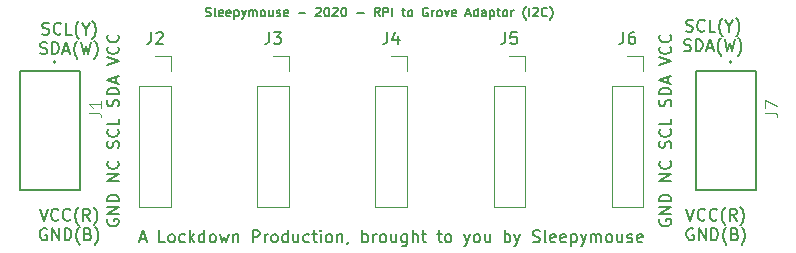
<source format=gbr>
G04 #@! TF.GenerationSoftware,KiCad,Pcbnew,(5.1.5)-3*
G04 #@! TF.CreationDate,2020-08-31T21:18:36+01:00*
G04 #@! TF.ProjectId,groveToPi,67726f76-6554-46f5-9069-2e6b69636164,1.0.1*
G04 #@! TF.SameCoordinates,Original*
G04 #@! TF.FileFunction,Legend,Top*
G04 #@! TF.FilePolarity,Positive*
%FSLAX46Y46*%
G04 Gerber Fmt 4.6, Leading zero omitted, Abs format (unit mm)*
G04 Created by KiCad (PCBNEW (5.1.5)-3) date 2020-08-31 21:18:36*
%MOMM*%
%LPD*%
G04 APERTURE LIST*
%ADD10C,0.150000*%
%ADD11C,0.127000*%
%ADD12C,0.200000*%
%ADD13C,0.120000*%
%ADD14C,0.015000*%
G04 APERTURE END LIST*
D10*
X144750000Y-112523809D02*
X144702380Y-112619047D01*
X144702380Y-112761904D01*
X144750000Y-112904761D01*
X144845238Y-113000000D01*
X144940476Y-113047619D01*
X145130952Y-113095238D01*
X145273809Y-113095238D01*
X145464285Y-113047619D01*
X145559523Y-113000000D01*
X145654761Y-112904761D01*
X145702380Y-112761904D01*
X145702380Y-112666666D01*
X145654761Y-112523809D01*
X145607142Y-112476190D01*
X145273809Y-112476190D01*
X145273809Y-112666666D01*
X145702380Y-112047619D02*
X144702380Y-112047619D01*
X145702380Y-111476190D01*
X144702380Y-111476190D01*
X145702380Y-111000000D02*
X144702380Y-111000000D01*
X144702380Y-110761904D01*
X144750000Y-110619047D01*
X144845238Y-110523809D01*
X144940476Y-110476190D01*
X145130952Y-110428571D01*
X145273809Y-110428571D01*
X145464285Y-110476190D01*
X145559523Y-110523809D01*
X145654761Y-110619047D01*
X145702380Y-110761904D01*
X145702380Y-111000000D01*
X145702380Y-109238095D02*
X144702380Y-109238095D01*
X145702380Y-108666666D01*
X144702380Y-108666666D01*
X145607142Y-107619047D02*
X145654761Y-107666666D01*
X145702380Y-107809523D01*
X145702380Y-107904761D01*
X145654761Y-108047619D01*
X145559523Y-108142857D01*
X145464285Y-108190476D01*
X145273809Y-108238095D01*
X145130952Y-108238095D01*
X144940476Y-108190476D01*
X144845238Y-108142857D01*
X144750000Y-108047619D01*
X144702380Y-107904761D01*
X144702380Y-107809523D01*
X144750000Y-107666666D01*
X144797619Y-107619047D01*
X145654761Y-106476190D02*
X145702380Y-106333333D01*
X145702380Y-106095238D01*
X145654761Y-106000000D01*
X145607142Y-105952380D01*
X145511904Y-105904761D01*
X145416666Y-105904761D01*
X145321428Y-105952380D01*
X145273809Y-106000000D01*
X145226190Y-106095238D01*
X145178571Y-106285714D01*
X145130952Y-106380952D01*
X145083333Y-106428571D01*
X144988095Y-106476190D01*
X144892857Y-106476190D01*
X144797619Y-106428571D01*
X144750000Y-106380952D01*
X144702380Y-106285714D01*
X144702380Y-106047619D01*
X144750000Y-105904761D01*
X145607142Y-104904761D02*
X145654761Y-104952380D01*
X145702380Y-105095238D01*
X145702380Y-105190476D01*
X145654761Y-105333333D01*
X145559523Y-105428571D01*
X145464285Y-105476190D01*
X145273809Y-105523809D01*
X145130952Y-105523809D01*
X144940476Y-105476190D01*
X144845238Y-105428571D01*
X144750000Y-105333333D01*
X144702380Y-105190476D01*
X144702380Y-105095238D01*
X144750000Y-104952380D01*
X144797619Y-104904761D01*
X145702380Y-104000000D02*
X145702380Y-104476190D01*
X144702380Y-104476190D01*
X145654761Y-102952380D02*
X145702380Y-102809523D01*
X145702380Y-102571428D01*
X145654761Y-102476190D01*
X145607142Y-102428571D01*
X145511904Y-102380952D01*
X145416666Y-102380952D01*
X145321428Y-102428571D01*
X145273809Y-102476190D01*
X145226190Y-102571428D01*
X145178571Y-102761904D01*
X145130952Y-102857142D01*
X145083333Y-102904761D01*
X144988095Y-102952380D01*
X144892857Y-102952380D01*
X144797619Y-102904761D01*
X144750000Y-102857142D01*
X144702380Y-102761904D01*
X144702380Y-102523809D01*
X144750000Y-102380952D01*
X145702380Y-101952380D02*
X144702380Y-101952380D01*
X144702380Y-101714285D01*
X144750000Y-101571428D01*
X144845238Y-101476190D01*
X144940476Y-101428571D01*
X145130952Y-101380952D01*
X145273809Y-101380952D01*
X145464285Y-101428571D01*
X145559523Y-101476190D01*
X145654761Y-101571428D01*
X145702380Y-101714285D01*
X145702380Y-101952380D01*
X145416666Y-101000000D02*
X145416666Y-100523809D01*
X145702380Y-101095238D02*
X144702380Y-100761904D01*
X145702380Y-100428571D01*
X144702380Y-99476190D02*
X145702380Y-99142857D01*
X144702380Y-98809523D01*
X145607142Y-97904761D02*
X145654761Y-97952380D01*
X145702380Y-98095238D01*
X145702380Y-98190476D01*
X145654761Y-98333333D01*
X145559523Y-98428571D01*
X145464285Y-98476190D01*
X145273809Y-98523809D01*
X145130952Y-98523809D01*
X144940476Y-98476190D01*
X144845238Y-98428571D01*
X144750000Y-98333333D01*
X144702380Y-98190476D01*
X144702380Y-98095238D01*
X144750000Y-97952380D01*
X144797619Y-97904761D01*
X145607142Y-96904761D02*
X145654761Y-96952380D01*
X145702380Y-97095238D01*
X145702380Y-97190476D01*
X145654761Y-97333333D01*
X145559523Y-97428571D01*
X145464285Y-97476190D01*
X145273809Y-97523809D01*
X145130952Y-97523809D01*
X144940476Y-97476190D01*
X144845238Y-97428571D01*
X144750000Y-97333333D01*
X144702380Y-97190476D01*
X144702380Y-97095238D01*
X144750000Y-96952380D01*
X144797619Y-96904761D01*
X98000000Y-112523809D02*
X97952380Y-112619047D01*
X97952380Y-112761904D01*
X98000000Y-112904761D01*
X98095238Y-113000000D01*
X98190476Y-113047619D01*
X98380952Y-113095238D01*
X98523809Y-113095238D01*
X98714285Y-113047619D01*
X98809523Y-113000000D01*
X98904761Y-112904761D01*
X98952380Y-112761904D01*
X98952380Y-112666666D01*
X98904761Y-112523809D01*
X98857142Y-112476190D01*
X98523809Y-112476190D01*
X98523809Y-112666666D01*
X98952380Y-112047619D02*
X97952380Y-112047619D01*
X98952380Y-111476190D01*
X97952380Y-111476190D01*
X98952380Y-111000000D02*
X97952380Y-111000000D01*
X97952380Y-110761904D01*
X98000000Y-110619047D01*
X98095238Y-110523809D01*
X98190476Y-110476190D01*
X98380952Y-110428571D01*
X98523809Y-110428571D01*
X98714285Y-110476190D01*
X98809523Y-110523809D01*
X98904761Y-110619047D01*
X98952380Y-110761904D01*
X98952380Y-111000000D01*
X98952380Y-109238095D02*
X97952380Y-109238095D01*
X98952380Y-108666666D01*
X97952380Y-108666666D01*
X98857142Y-107619047D02*
X98904761Y-107666666D01*
X98952380Y-107809523D01*
X98952380Y-107904761D01*
X98904761Y-108047619D01*
X98809523Y-108142857D01*
X98714285Y-108190476D01*
X98523809Y-108238095D01*
X98380952Y-108238095D01*
X98190476Y-108190476D01*
X98095238Y-108142857D01*
X98000000Y-108047619D01*
X97952380Y-107904761D01*
X97952380Y-107809523D01*
X98000000Y-107666666D01*
X98047619Y-107619047D01*
X98904761Y-106476190D02*
X98952380Y-106333333D01*
X98952380Y-106095238D01*
X98904761Y-106000000D01*
X98857142Y-105952380D01*
X98761904Y-105904761D01*
X98666666Y-105904761D01*
X98571428Y-105952380D01*
X98523809Y-106000000D01*
X98476190Y-106095238D01*
X98428571Y-106285714D01*
X98380952Y-106380952D01*
X98333333Y-106428571D01*
X98238095Y-106476190D01*
X98142857Y-106476190D01*
X98047619Y-106428571D01*
X98000000Y-106380952D01*
X97952380Y-106285714D01*
X97952380Y-106047619D01*
X98000000Y-105904761D01*
X98857142Y-104904761D02*
X98904761Y-104952380D01*
X98952380Y-105095238D01*
X98952380Y-105190476D01*
X98904761Y-105333333D01*
X98809523Y-105428571D01*
X98714285Y-105476190D01*
X98523809Y-105523809D01*
X98380952Y-105523809D01*
X98190476Y-105476190D01*
X98095238Y-105428571D01*
X98000000Y-105333333D01*
X97952380Y-105190476D01*
X97952380Y-105095238D01*
X98000000Y-104952380D01*
X98047619Y-104904761D01*
X98952380Y-104000000D02*
X98952380Y-104476190D01*
X97952380Y-104476190D01*
X98904761Y-102952380D02*
X98952380Y-102809523D01*
X98952380Y-102571428D01*
X98904761Y-102476190D01*
X98857142Y-102428571D01*
X98761904Y-102380952D01*
X98666666Y-102380952D01*
X98571428Y-102428571D01*
X98523809Y-102476190D01*
X98476190Y-102571428D01*
X98428571Y-102761904D01*
X98380952Y-102857142D01*
X98333333Y-102904761D01*
X98238095Y-102952380D01*
X98142857Y-102952380D01*
X98047619Y-102904761D01*
X98000000Y-102857142D01*
X97952380Y-102761904D01*
X97952380Y-102523809D01*
X98000000Y-102380952D01*
X98952380Y-101952380D02*
X97952380Y-101952380D01*
X97952380Y-101714285D01*
X98000000Y-101571428D01*
X98095238Y-101476190D01*
X98190476Y-101428571D01*
X98380952Y-101380952D01*
X98523809Y-101380952D01*
X98714285Y-101428571D01*
X98809523Y-101476190D01*
X98904761Y-101571428D01*
X98952380Y-101714285D01*
X98952380Y-101952380D01*
X98666666Y-101000000D02*
X98666666Y-100523809D01*
X98952380Y-101095238D02*
X97952380Y-100761904D01*
X98952380Y-100428571D01*
X97952380Y-99476190D02*
X98952380Y-99142857D01*
X97952380Y-98809523D01*
X98857142Y-97904761D02*
X98904761Y-97952380D01*
X98952380Y-98095238D01*
X98952380Y-98190476D01*
X98904761Y-98333333D01*
X98809523Y-98428571D01*
X98714285Y-98476190D01*
X98523809Y-98523809D01*
X98380952Y-98523809D01*
X98190476Y-98476190D01*
X98095238Y-98428571D01*
X98000000Y-98333333D01*
X97952380Y-98190476D01*
X97952380Y-98095238D01*
X98000000Y-97952380D01*
X98047619Y-97904761D01*
X98857142Y-96904761D02*
X98904761Y-96952380D01*
X98952380Y-97095238D01*
X98952380Y-97190476D01*
X98904761Y-97333333D01*
X98809523Y-97428571D01*
X98714285Y-97476190D01*
X98523809Y-97523809D01*
X98380952Y-97523809D01*
X98190476Y-97476190D01*
X98095238Y-97428571D01*
X98000000Y-97333333D01*
X97952380Y-97190476D01*
X97952380Y-97095238D01*
X98000000Y-96952380D01*
X98047619Y-96904761D01*
X147000000Y-111627380D02*
X147333333Y-112627380D01*
X147666666Y-111627380D01*
X148571428Y-112532142D02*
X148523809Y-112579761D01*
X148380952Y-112627380D01*
X148285714Y-112627380D01*
X148142857Y-112579761D01*
X148047619Y-112484523D01*
X148000000Y-112389285D01*
X147952380Y-112198809D01*
X147952380Y-112055952D01*
X148000000Y-111865476D01*
X148047619Y-111770238D01*
X148142857Y-111675000D01*
X148285714Y-111627380D01*
X148380952Y-111627380D01*
X148523809Y-111675000D01*
X148571428Y-111722619D01*
X149571428Y-112532142D02*
X149523809Y-112579761D01*
X149380952Y-112627380D01*
X149285714Y-112627380D01*
X149142857Y-112579761D01*
X149047619Y-112484523D01*
X149000000Y-112389285D01*
X148952380Y-112198809D01*
X148952380Y-112055952D01*
X149000000Y-111865476D01*
X149047619Y-111770238D01*
X149142857Y-111675000D01*
X149285714Y-111627380D01*
X149380952Y-111627380D01*
X149523809Y-111675000D01*
X149571428Y-111722619D01*
X150285714Y-113008333D02*
X150238095Y-112960714D01*
X150142857Y-112817857D01*
X150095238Y-112722619D01*
X150047619Y-112579761D01*
X150000000Y-112341666D01*
X150000000Y-112151190D01*
X150047619Y-111913095D01*
X150095238Y-111770238D01*
X150142857Y-111675000D01*
X150238095Y-111532142D01*
X150285714Y-111484523D01*
X151238095Y-112627380D02*
X150904761Y-112151190D01*
X150666666Y-112627380D02*
X150666666Y-111627380D01*
X151047619Y-111627380D01*
X151142857Y-111675000D01*
X151190476Y-111722619D01*
X151238095Y-111817857D01*
X151238095Y-111960714D01*
X151190476Y-112055952D01*
X151142857Y-112103571D01*
X151047619Y-112151190D01*
X150666666Y-112151190D01*
X151571428Y-113008333D02*
X151619047Y-112960714D01*
X151714285Y-112817857D01*
X151761904Y-112722619D01*
X151809523Y-112579761D01*
X151857142Y-112341666D01*
X151857142Y-112151190D01*
X151809523Y-111913095D01*
X151761904Y-111770238D01*
X151714285Y-111675000D01*
X151619047Y-111532142D01*
X151571428Y-111484523D01*
X147571428Y-113325000D02*
X147476190Y-113277380D01*
X147333333Y-113277380D01*
X147190476Y-113325000D01*
X147095238Y-113420238D01*
X147047619Y-113515476D01*
X147000000Y-113705952D01*
X147000000Y-113848809D01*
X147047619Y-114039285D01*
X147095238Y-114134523D01*
X147190476Y-114229761D01*
X147333333Y-114277380D01*
X147428571Y-114277380D01*
X147571428Y-114229761D01*
X147619047Y-114182142D01*
X147619047Y-113848809D01*
X147428571Y-113848809D01*
X148047619Y-114277380D02*
X148047619Y-113277380D01*
X148619047Y-114277380D01*
X148619047Y-113277380D01*
X149095238Y-114277380D02*
X149095238Y-113277380D01*
X149333333Y-113277380D01*
X149476190Y-113325000D01*
X149571428Y-113420238D01*
X149619047Y-113515476D01*
X149666666Y-113705952D01*
X149666666Y-113848809D01*
X149619047Y-114039285D01*
X149571428Y-114134523D01*
X149476190Y-114229761D01*
X149333333Y-114277380D01*
X149095238Y-114277380D01*
X150380952Y-114658333D02*
X150333333Y-114610714D01*
X150238095Y-114467857D01*
X150190476Y-114372619D01*
X150142857Y-114229761D01*
X150095238Y-113991666D01*
X150095238Y-113801190D01*
X150142857Y-113563095D01*
X150190476Y-113420238D01*
X150238095Y-113325000D01*
X150333333Y-113182142D01*
X150380952Y-113134523D01*
X151095238Y-113753571D02*
X151238095Y-113801190D01*
X151285714Y-113848809D01*
X151333333Y-113944047D01*
X151333333Y-114086904D01*
X151285714Y-114182142D01*
X151238095Y-114229761D01*
X151142857Y-114277380D01*
X150761904Y-114277380D01*
X150761904Y-113277380D01*
X151095238Y-113277380D01*
X151190476Y-113325000D01*
X151238095Y-113372619D01*
X151285714Y-113467857D01*
X151285714Y-113563095D01*
X151238095Y-113658333D01*
X151190476Y-113705952D01*
X151095238Y-113753571D01*
X150761904Y-113753571D01*
X151666666Y-114658333D02*
X151714285Y-114610714D01*
X151809523Y-114467857D01*
X151857142Y-114372619D01*
X151904761Y-114229761D01*
X151952380Y-113991666D01*
X151952380Y-113801190D01*
X151904761Y-113563095D01*
X151857142Y-113420238D01*
X151809523Y-113325000D01*
X151714285Y-113182142D01*
X151666666Y-113134523D01*
X146964285Y-96579761D02*
X147107142Y-96627380D01*
X147345238Y-96627380D01*
X147440476Y-96579761D01*
X147488095Y-96532142D01*
X147535714Y-96436904D01*
X147535714Y-96341666D01*
X147488095Y-96246428D01*
X147440476Y-96198809D01*
X147345238Y-96151190D01*
X147154761Y-96103571D01*
X147059523Y-96055952D01*
X147011904Y-96008333D01*
X146964285Y-95913095D01*
X146964285Y-95817857D01*
X147011904Y-95722619D01*
X147059523Y-95675000D01*
X147154761Y-95627380D01*
X147392857Y-95627380D01*
X147535714Y-95675000D01*
X148535714Y-96532142D02*
X148488095Y-96579761D01*
X148345238Y-96627380D01*
X148250000Y-96627380D01*
X148107142Y-96579761D01*
X148011904Y-96484523D01*
X147964285Y-96389285D01*
X147916666Y-96198809D01*
X147916666Y-96055952D01*
X147964285Y-95865476D01*
X148011904Y-95770238D01*
X148107142Y-95675000D01*
X148250000Y-95627380D01*
X148345238Y-95627380D01*
X148488095Y-95675000D01*
X148535714Y-95722619D01*
X149440476Y-96627380D02*
X148964285Y-96627380D01*
X148964285Y-95627380D01*
X150059523Y-97008333D02*
X150011904Y-96960714D01*
X149916666Y-96817857D01*
X149869047Y-96722619D01*
X149821428Y-96579761D01*
X149773809Y-96341666D01*
X149773809Y-96151190D01*
X149821428Y-95913095D01*
X149869047Y-95770238D01*
X149916666Y-95675000D01*
X150011904Y-95532142D01*
X150059523Y-95484523D01*
X150630952Y-96151190D02*
X150630952Y-96627380D01*
X150297619Y-95627380D02*
X150630952Y-96151190D01*
X150964285Y-95627380D01*
X151202380Y-97008333D02*
X151250000Y-96960714D01*
X151345238Y-96817857D01*
X151392857Y-96722619D01*
X151440476Y-96579761D01*
X151488095Y-96341666D01*
X151488095Y-96151190D01*
X151440476Y-95913095D01*
X151392857Y-95770238D01*
X151345238Y-95675000D01*
X151250000Y-95532142D01*
X151202380Y-95484523D01*
X146797619Y-98229761D02*
X146940476Y-98277380D01*
X147178571Y-98277380D01*
X147273809Y-98229761D01*
X147321428Y-98182142D01*
X147369047Y-98086904D01*
X147369047Y-97991666D01*
X147321428Y-97896428D01*
X147273809Y-97848809D01*
X147178571Y-97801190D01*
X146988095Y-97753571D01*
X146892857Y-97705952D01*
X146845238Y-97658333D01*
X146797619Y-97563095D01*
X146797619Y-97467857D01*
X146845238Y-97372619D01*
X146892857Y-97325000D01*
X146988095Y-97277380D01*
X147226190Y-97277380D01*
X147369047Y-97325000D01*
X147797619Y-98277380D02*
X147797619Y-97277380D01*
X148035714Y-97277380D01*
X148178571Y-97325000D01*
X148273809Y-97420238D01*
X148321428Y-97515476D01*
X148369047Y-97705952D01*
X148369047Y-97848809D01*
X148321428Y-98039285D01*
X148273809Y-98134523D01*
X148178571Y-98229761D01*
X148035714Y-98277380D01*
X147797619Y-98277380D01*
X148750000Y-97991666D02*
X149226190Y-97991666D01*
X148654761Y-98277380D02*
X148988095Y-97277380D01*
X149321428Y-98277380D01*
X149940476Y-98658333D02*
X149892857Y-98610714D01*
X149797619Y-98467857D01*
X149750000Y-98372619D01*
X149702380Y-98229761D01*
X149654761Y-97991666D01*
X149654761Y-97801190D01*
X149702380Y-97563095D01*
X149750000Y-97420238D01*
X149797619Y-97325000D01*
X149892857Y-97182142D01*
X149940476Y-97134523D01*
X150226190Y-97277380D02*
X150464285Y-98277380D01*
X150654761Y-97563095D01*
X150845238Y-98277380D01*
X151083333Y-97277380D01*
X151369047Y-98658333D02*
X151416666Y-98610714D01*
X151511904Y-98467857D01*
X151559523Y-98372619D01*
X151607142Y-98229761D01*
X151654761Y-97991666D01*
X151654761Y-97801190D01*
X151607142Y-97563095D01*
X151559523Y-97420238D01*
X151511904Y-97325000D01*
X151416666Y-97182142D01*
X151369047Y-97134523D01*
X92250000Y-111627380D02*
X92583333Y-112627380D01*
X92916666Y-111627380D01*
X93821428Y-112532142D02*
X93773809Y-112579761D01*
X93630952Y-112627380D01*
X93535714Y-112627380D01*
X93392857Y-112579761D01*
X93297619Y-112484523D01*
X93250000Y-112389285D01*
X93202380Y-112198809D01*
X93202380Y-112055952D01*
X93250000Y-111865476D01*
X93297619Y-111770238D01*
X93392857Y-111675000D01*
X93535714Y-111627380D01*
X93630952Y-111627380D01*
X93773809Y-111675000D01*
X93821428Y-111722619D01*
X94821428Y-112532142D02*
X94773809Y-112579761D01*
X94630952Y-112627380D01*
X94535714Y-112627380D01*
X94392857Y-112579761D01*
X94297619Y-112484523D01*
X94250000Y-112389285D01*
X94202380Y-112198809D01*
X94202380Y-112055952D01*
X94250000Y-111865476D01*
X94297619Y-111770238D01*
X94392857Y-111675000D01*
X94535714Y-111627380D01*
X94630952Y-111627380D01*
X94773809Y-111675000D01*
X94821428Y-111722619D01*
X95535714Y-113008333D02*
X95488095Y-112960714D01*
X95392857Y-112817857D01*
X95345238Y-112722619D01*
X95297619Y-112579761D01*
X95250000Y-112341666D01*
X95250000Y-112151190D01*
X95297619Y-111913095D01*
X95345238Y-111770238D01*
X95392857Y-111675000D01*
X95488095Y-111532142D01*
X95535714Y-111484523D01*
X96488095Y-112627380D02*
X96154761Y-112151190D01*
X95916666Y-112627380D02*
X95916666Y-111627380D01*
X96297619Y-111627380D01*
X96392857Y-111675000D01*
X96440476Y-111722619D01*
X96488095Y-111817857D01*
X96488095Y-111960714D01*
X96440476Y-112055952D01*
X96392857Y-112103571D01*
X96297619Y-112151190D01*
X95916666Y-112151190D01*
X96821428Y-113008333D02*
X96869047Y-112960714D01*
X96964285Y-112817857D01*
X97011904Y-112722619D01*
X97059523Y-112579761D01*
X97107142Y-112341666D01*
X97107142Y-112151190D01*
X97059523Y-111913095D01*
X97011904Y-111770238D01*
X96964285Y-111675000D01*
X96869047Y-111532142D01*
X96821428Y-111484523D01*
X92821428Y-113325000D02*
X92726190Y-113277380D01*
X92583333Y-113277380D01*
X92440476Y-113325000D01*
X92345238Y-113420238D01*
X92297619Y-113515476D01*
X92250000Y-113705952D01*
X92250000Y-113848809D01*
X92297619Y-114039285D01*
X92345238Y-114134523D01*
X92440476Y-114229761D01*
X92583333Y-114277380D01*
X92678571Y-114277380D01*
X92821428Y-114229761D01*
X92869047Y-114182142D01*
X92869047Y-113848809D01*
X92678571Y-113848809D01*
X93297619Y-114277380D02*
X93297619Y-113277380D01*
X93869047Y-114277380D01*
X93869047Y-113277380D01*
X94345238Y-114277380D02*
X94345238Y-113277380D01*
X94583333Y-113277380D01*
X94726190Y-113325000D01*
X94821428Y-113420238D01*
X94869047Y-113515476D01*
X94916666Y-113705952D01*
X94916666Y-113848809D01*
X94869047Y-114039285D01*
X94821428Y-114134523D01*
X94726190Y-114229761D01*
X94583333Y-114277380D01*
X94345238Y-114277380D01*
X95630952Y-114658333D02*
X95583333Y-114610714D01*
X95488095Y-114467857D01*
X95440476Y-114372619D01*
X95392857Y-114229761D01*
X95345238Y-113991666D01*
X95345238Y-113801190D01*
X95392857Y-113563095D01*
X95440476Y-113420238D01*
X95488095Y-113325000D01*
X95583333Y-113182142D01*
X95630952Y-113134523D01*
X96345238Y-113753571D02*
X96488095Y-113801190D01*
X96535714Y-113848809D01*
X96583333Y-113944047D01*
X96583333Y-114086904D01*
X96535714Y-114182142D01*
X96488095Y-114229761D01*
X96392857Y-114277380D01*
X96011904Y-114277380D01*
X96011904Y-113277380D01*
X96345238Y-113277380D01*
X96440476Y-113325000D01*
X96488095Y-113372619D01*
X96535714Y-113467857D01*
X96535714Y-113563095D01*
X96488095Y-113658333D01*
X96440476Y-113705952D01*
X96345238Y-113753571D01*
X96011904Y-113753571D01*
X96916666Y-114658333D02*
X96964285Y-114610714D01*
X97059523Y-114467857D01*
X97107142Y-114372619D01*
X97154761Y-114229761D01*
X97202380Y-113991666D01*
X97202380Y-113801190D01*
X97154761Y-113563095D01*
X97107142Y-113420238D01*
X97059523Y-113325000D01*
X96964285Y-113182142D01*
X96916666Y-113134523D01*
X92464285Y-96829761D02*
X92607142Y-96877380D01*
X92845238Y-96877380D01*
X92940476Y-96829761D01*
X92988095Y-96782142D01*
X93035714Y-96686904D01*
X93035714Y-96591666D01*
X92988095Y-96496428D01*
X92940476Y-96448809D01*
X92845238Y-96401190D01*
X92654761Y-96353571D01*
X92559523Y-96305952D01*
X92511904Y-96258333D01*
X92464285Y-96163095D01*
X92464285Y-96067857D01*
X92511904Y-95972619D01*
X92559523Y-95925000D01*
X92654761Y-95877380D01*
X92892857Y-95877380D01*
X93035714Y-95925000D01*
X94035714Y-96782142D02*
X93988095Y-96829761D01*
X93845238Y-96877380D01*
X93750000Y-96877380D01*
X93607142Y-96829761D01*
X93511904Y-96734523D01*
X93464285Y-96639285D01*
X93416666Y-96448809D01*
X93416666Y-96305952D01*
X93464285Y-96115476D01*
X93511904Y-96020238D01*
X93607142Y-95925000D01*
X93750000Y-95877380D01*
X93845238Y-95877380D01*
X93988095Y-95925000D01*
X94035714Y-95972619D01*
X94940476Y-96877380D02*
X94464285Y-96877380D01*
X94464285Y-95877380D01*
X95559523Y-97258333D02*
X95511904Y-97210714D01*
X95416666Y-97067857D01*
X95369047Y-96972619D01*
X95321428Y-96829761D01*
X95273809Y-96591666D01*
X95273809Y-96401190D01*
X95321428Y-96163095D01*
X95369047Y-96020238D01*
X95416666Y-95925000D01*
X95511904Y-95782142D01*
X95559523Y-95734523D01*
X96130952Y-96401190D02*
X96130952Y-96877380D01*
X95797619Y-95877380D02*
X96130952Y-96401190D01*
X96464285Y-95877380D01*
X96702380Y-97258333D02*
X96750000Y-97210714D01*
X96845238Y-97067857D01*
X96892857Y-96972619D01*
X96940476Y-96829761D01*
X96988095Y-96591666D01*
X96988095Y-96401190D01*
X96940476Y-96163095D01*
X96892857Y-96020238D01*
X96845238Y-95925000D01*
X96750000Y-95782142D01*
X96702380Y-95734523D01*
X92297619Y-98479761D02*
X92440476Y-98527380D01*
X92678571Y-98527380D01*
X92773809Y-98479761D01*
X92821428Y-98432142D01*
X92869047Y-98336904D01*
X92869047Y-98241666D01*
X92821428Y-98146428D01*
X92773809Y-98098809D01*
X92678571Y-98051190D01*
X92488095Y-98003571D01*
X92392857Y-97955952D01*
X92345238Y-97908333D01*
X92297619Y-97813095D01*
X92297619Y-97717857D01*
X92345238Y-97622619D01*
X92392857Y-97575000D01*
X92488095Y-97527380D01*
X92726190Y-97527380D01*
X92869047Y-97575000D01*
X93297619Y-98527380D02*
X93297619Y-97527380D01*
X93535714Y-97527380D01*
X93678571Y-97575000D01*
X93773809Y-97670238D01*
X93821428Y-97765476D01*
X93869047Y-97955952D01*
X93869047Y-98098809D01*
X93821428Y-98289285D01*
X93773809Y-98384523D01*
X93678571Y-98479761D01*
X93535714Y-98527380D01*
X93297619Y-98527380D01*
X94250000Y-98241666D02*
X94726190Y-98241666D01*
X94154761Y-98527380D02*
X94488095Y-97527380D01*
X94821428Y-98527380D01*
X95440476Y-98908333D02*
X95392857Y-98860714D01*
X95297619Y-98717857D01*
X95250000Y-98622619D01*
X95202380Y-98479761D01*
X95154761Y-98241666D01*
X95154761Y-98051190D01*
X95202380Y-97813095D01*
X95250000Y-97670238D01*
X95297619Y-97575000D01*
X95392857Y-97432142D01*
X95440476Y-97384523D01*
X95726190Y-97527380D02*
X95964285Y-98527380D01*
X96154761Y-97813095D01*
X96345238Y-98527380D01*
X96583333Y-97527380D01*
X96869047Y-98908333D02*
X96916666Y-98860714D01*
X97011904Y-98717857D01*
X97059523Y-98622619D01*
X97107142Y-98479761D01*
X97154761Y-98241666D01*
X97154761Y-98051190D01*
X97107142Y-97813095D01*
X97059523Y-97670238D01*
X97011904Y-97575000D01*
X96916666Y-97432142D01*
X96869047Y-97384523D01*
X100714285Y-114166666D02*
X101190476Y-114166666D01*
X100619047Y-114452380D02*
X100952380Y-113452380D01*
X101285714Y-114452380D01*
X102857142Y-114452380D02*
X102380952Y-114452380D01*
X102380952Y-113452380D01*
X103333333Y-114452380D02*
X103238095Y-114404761D01*
X103190476Y-114357142D01*
X103142857Y-114261904D01*
X103142857Y-113976190D01*
X103190476Y-113880952D01*
X103238095Y-113833333D01*
X103333333Y-113785714D01*
X103476190Y-113785714D01*
X103571428Y-113833333D01*
X103619047Y-113880952D01*
X103666666Y-113976190D01*
X103666666Y-114261904D01*
X103619047Y-114357142D01*
X103571428Y-114404761D01*
X103476190Y-114452380D01*
X103333333Y-114452380D01*
X104523809Y-114404761D02*
X104428571Y-114452380D01*
X104238095Y-114452380D01*
X104142857Y-114404761D01*
X104095238Y-114357142D01*
X104047619Y-114261904D01*
X104047619Y-113976190D01*
X104095238Y-113880952D01*
X104142857Y-113833333D01*
X104238095Y-113785714D01*
X104428571Y-113785714D01*
X104523809Y-113833333D01*
X104952380Y-114452380D02*
X104952380Y-113452380D01*
X105047619Y-114071428D02*
X105333333Y-114452380D01*
X105333333Y-113785714D02*
X104952380Y-114166666D01*
X106190476Y-114452380D02*
X106190476Y-113452380D01*
X106190476Y-114404761D02*
X106095238Y-114452380D01*
X105904761Y-114452380D01*
X105809523Y-114404761D01*
X105761904Y-114357142D01*
X105714285Y-114261904D01*
X105714285Y-113976190D01*
X105761904Y-113880952D01*
X105809523Y-113833333D01*
X105904761Y-113785714D01*
X106095238Y-113785714D01*
X106190476Y-113833333D01*
X106809523Y-114452380D02*
X106714285Y-114404761D01*
X106666666Y-114357142D01*
X106619047Y-114261904D01*
X106619047Y-113976190D01*
X106666666Y-113880952D01*
X106714285Y-113833333D01*
X106809523Y-113785714D01*
X106952380Y-113785714D01*
X107047619Y-113833333D01*
X107095238Y-113880952D01*
X107142857Y-113976190D01*
X107142857Y-114261904D01*
X107095238Y-114357142D01*
X107047619Y-114404761D01*
X106952380Y-114452380D01*
X106809523Y-114452380D01*
X107476190Y-113785714D02*
X107666666Y-114452380D01*
X107857142Y-113976190D01*
X108047619Y-114452380D01*
X108238095Y-113785714D01*
X108619047Y-113785714D02*
X108619047Y-114452380D01*
X108619047Y-113880952D02*
X108666666Y-113833333D01*
X108761904Y-113785714D01*
X108904761Y-113785714D01*
X109000000Y-113833333D01*
X109047619Y-113928571D01*
X109047619Y-114452380D01*
X110285714Y-114452380D02*
X110285714Y-113452380D01*
X110666666Y-113452380D01*
X110761904Y-113500000D01*
X110809523Y-113547619D01*
X110857142Y-113642857D01*
X110857142Y-113785714D01*
X110809523Y-113880952D01*
X110761904Y-113928571D01*
X110666666Y-113976190D01*
X110285714Y-113976190D01*
X111285714Y-114452380D02*
X111285714Y-113785714D01*
X111285714Y-113976190D02*
X111333333Y-113880952D01*
X111380952Y-113833333D01*
X111476190Y-113785714D01*
X111571428Y-113785714D01*
X112047619Y-114452380D02*
X111952380Y-114404761D01*
X111904761Y-114357142D01*
X111857142Y-114261904D01*
X111857142Y-113976190D01*
X111904761Y-113880952D01*
X111952380Y-113833333D01*
X112047619Y-113785714D01*
X112190476Y-113785714D01*
X112285714Y-113833333D01*
X112333333Y-113880952D01*
X112380952Y-113976190D01*
X112380952Y-114261904D01*
X112333333Y-114357142D01*
X112285714Y-114404761D01*
X112190476Y-114452380D01*
X112047619Y-114452380D01*
X113238095Y-114452380D02*
X113238095Y-113452380D01*
X113238095Y-114404761D02*
X113142857Y-114452380D01*
X112952380Y-114452380D01*
X112857142Y-114404761D01*
X112809523Y-114357142D01*
X112761904Y-114261904D01*
X112761904Y-113976190D01*
X112809523Y-113880952D01*
X112857142Y-113833333D01*
X112952380Y-113785714D01*
X113142857Y-113785714D01*
X113238095Y-113833333D01*
X114142857Y-113785714D02*
X114142857Y-114452380D01*
X113714285Y-113785714D02*
X113714285Y-114309523D01*
X113761904Y-114404761D01*
X113857142Y-114452380D01*
X114000000Y-114452380D01*
X114095238Y-114404761D01*
X114142857Y-114357142D01*
X115047619Y-114404761D02*
X114952380Y-114452380D01*
X114761904Y-114452380D01*
X114666666Y-114404761D01*
X114619047Y-114357142D01*
X114571428Y-114261904D01*
X114571428Y-113976190D01*
X114619047Y-113880952D01*
X114666666Y-113833333D01*
X114761904Y-113785714D01*
X114952380Y-113785714D01*
X115047619Y-113833333D01*
X115333333Y-113785714D02*
X115714285Y-113785714D01*
X115476190Y-113452380D02*
X115476190Y-114309523D01*
X115523809Y-114404761D01*
X115619047Y-114452380D01*
X115714285Y-114452380D01*
X116047619Y-114452380D02*
X116047619Y-113785714D01*
X116047619Y-113452380D02*
X116000000Y-113500000D01*
X116047619Y-113547619D01*
X116095238Y-113500000D01*
X116047619Y-113452380D01*
X116047619Y-113547619D01*
X116666666Y-114452380D02*
X116571428Y-114404761D01*
X116523809Y-114357142D01*
X116476190Y-114261904D01*
X116476190Y-113976190D01*
X116523809Y-113880952D01*
X116571428Y-113833333D01*
X116666666Y-113785714D01*
X116809523Y-113785714D01*
X116904761Y-113833333D01*
X116952380Y-113880952D01*
X117000000Y-113976190D01*
X117000000Y-114261904D01*
X116952380Y-114357142D01*
X116904761Y-114404761D01*
X116809523Y-114452380D01*
X116666666Y-114452380D01*
X117428571Y-113785714D02*
X117428571Y-114452380D01*
X117428571Y-113880952D02*
X117476190Y-113833333D01*
X117571428Y-113785714D01*
X117714285Y-113785714D01*
X117809523Y-113833333D01*
X117857142Y-113928571D01*
X117857142Y-114452380D01*
X118380952Y-114404761D02*
X118380952Y-114452380D01*
X118333333Y-114547619D01*
X118285714Y-114595238D01*
X119571428Y-114452380D02*
X119571428Y-113452380D01*
X119571428Y-113833333D02*
X119666666Y-113785714D01*
X119857142Y-113785714D01*
X119952380Y-113833333D01*
X120000000Y-113880952D01*
X120047619Y-113976190D01*
X120047619Y-114261904D01*
X120000000Y-114357142D01*
X119952380Y-114404761D01*
X119857142Y-114452380D01*
X119666666Y-114452380D01*
X119571428Y-114404761D01*
X120476190Y-114452380D02*
X120476190Y-113785714D01*
X120476190Y-113976190D02*
X120523809Y-113880952D01*
X120571428Y-113833333D01*
X120666666Y-113785714D01*
X120761904Y-113785714D01*
X121238095Y-114452380D02*
X121142857Y-114404761D01*
X121095238Y-114357142D01*
X121047619Y-114261904D01*
X121047619Y-113976190D01*
X121095238Y-113880952D01*
X121142857Y-113833333D01*
X121238095Y-113785714D01*
X121380952Y-113785714D01*
X121476190Y-113833333D01*
X121523809Y-113880952D01*
X121571428Y-113976190D01*
X121571428Y-114261904D01*
X121523809Y-114357142D01*
X121476190Y-114404761D01*
X121380952Y-114452380D01*
X121238095Y-114452380D01*
X122428571Y-113785714D02*
X122428571Y-114452380D01*
X122000000Y-113785714D02*
X122000000Y-114309523D01*
X122047619Y-114404761D01*
X122142857Y-114452380D01*
X122285714Y-114452380D01*
X122380952Y-114404761D01*
X122428571Y-114357142D01*
X123333333Y-113785714D02*
X123333333Y-114595238D01*
X123285714Y-114690476D01*
X123238095Y-114738095D01*
X123142857Y-114785714D01*
X122999999Y-114785714D01*
X122904761Y-114738095D01*
X123333333Y-114404761D02*
X123238095Y-114452380D01*
X123047619Y-114452380D01*
X122952380Y-114404761D01*
X122904761Y-114357142D01*
X122857142Y-114261904D01*
X122857142Y-113976190D01*
X122904761Y-113880952D01*
X122952380Y-113833333D01*
X123047619Y-113785714D01*
X123238095Y-113785714D01*
X123333333Y-113833333D01*
X123809523Y-114452380D02*
X123809523Y-113452380D01*
X124238095Y-114452380D02*
X124238095Y-113928571D01*
X124190476Y-113833333D01*
X124095238Y-113785714D01*
X123952380Y-113785714D01*
X123857142Y-113833333D01*
X123809523Y-113880952D01*
X124571428Y-113785714D02*
X124952380Y-113785714D01*
X124714285Y-113452380D02*
X124714285Y-114309523D01*
X124761904Y-114404761D01*
X124857142Y-114452380D01*
X124952380Y-114452380D01*
X125904761Y-113785714D02*
X126285714Y-113785714D01*
X126047619Y-113452380D02*
X126047619Y-114309523D01*
X126095238Y-114404761D01*
X126190476Y-114452380D01*
X126285714Y-114452380D01*
X126761904Y-114452380D02*
X126666666Y-114404761D01*
X126619047Y-114357142D01*
X126571428Y-114261904D01*
X126571428Y-113976190D01*
X126619047Y-113880952D01*
X126666666Y-113833333D01*
X126761904Y-113785714D01*
X126904761Y-113785714D01*
X126999999Y-113833333D01*
X127047619Y-113880952D01*
X127095238Y-113976190D01*
X127095238Y-114261904D01*
X127047619Y-114357142D01*
X126999999Y-114404761D01*
X126904761Y-114452380D01*
X126761904Y-114452380D01*
X128190476Y-113785714D02*
X128428571Y-114452380D01*
X128666666Y-113785714D02*
X128428571Y-114452380D01*
X128333333Y-114690476D01*
X128285714Y-114738095D01*
X128190476Y-114785714D01*
X129190476Y-114452380D02*
X129095238Y-114404761D01*
X129047619Y-114357142D01*
X128999999Y-114261904D01*
X128999999Y-113976190D01*
X129047619Y-113880952D01*
X129095238Y-113833333D01*
X129190476Y-113785714D01*
X129333333Y-113785714D01*
X129428571Y-113833333D01*
X129476190Y-113880952D01*
X129523809Y-113976190D01*
X129523809Y-114261904D01*
X129476190Y-114357142D01*
X129428571Y-114404761D01*
X129333333Y-114452380D01*
X129190476Y-114452380D01*
X130380952Y-113785714D02*
X130380952Y-114452380D01*
X129952380Y-113785714D02*
X129952380Y-114309523D01*
X129999999Y-114404761D01*
X130095238Y-114452380D01*
X130238095Y-114452380D01*
X130333333Y-114404761D01*
X130380952Y-114357142D01*
X131619047Y-114452380D02*
X131619047Y-113452380D01*
X131619047Y-113833333D02*
X131714285Y-113785714D01*
X131904761Y-113785714D01*
X131999999Y-113833333D01*
X132047619Y-113880952D01*
X132095238Y-113976190D01*
X132095238Y-114261904D01*
X132047619Y-114357142D01*
X131999999Y-114404761D01*
X131904761Y-114452380D01*
X131714285Y-114452380D01*
X131619047Y-114404761D01*
X132428571Y-113785714D02*
X132666666Y-114452380D01*
X132904761Y-113785714D02*
X132666666Y-114452380D01*
X132571428Y-114690476D01*
X132523809Y-114738095D01*
X132428571Y-114785714D01*
X133999999Y-114404761D02*
X134142857Y-114452380D01*
X134380952Y-114452380D01*
X134476190Y-114404761D01*
X134523809Y-114357142D01*
X134571428Y-114261904D01*
X134571428Y-114166666D01*
X134523809Y-114071428D01*
X134476190Y-114023809D01*
X134380952Y-113976190D01*
X134190476Y-113928571D01*
X134095238Y-113880952D01*
X134047619Y-113833333D01*
X133999999Y-113738095D01*
X133999999Y-113642857D01*
X134047619Y-113547619D01*
X134095238Y-113500000D01*
X134190476Y-113452380D01*
X134428571Y-113452380D01*
X134571428Y-113500000D01*
X135142857Y-114452380D02*
X135047619Y-114404761D01*
X134999999Y-114309523D01*
X134999999Y-113452380D01*
X135904761Y-114404761D02*
X135809523Y-114452380D01*
X135619047Y-114452380D01*
X135523809Y-114404761D01*
X135476190Y-114309523D01*
X135476190Y-113928571D01*
X135523809Y-113833333D01*
X135619047Y-113785714D01*
X135809523Y-113785714D01*
X135904761Y-113833333D01*
X135952380Y-113928571D01*
X135952380Y-114023809D01*
X135476190Y-114119047D01*
X136761904Y-114404761D02*
X136666666Y-114452380D01*
X136476190Y-114452380D01*
X136380952Y-114404761D01*
X136333333Y-114309523D01*
X136333333Y-113928571D01*
X136380952Y-113833333D01*
X136476190Y-113785714D01*
X136666666Y-113785714D01*
X136761904Y-113833333D01*
X136809523Y-113928571D01*
X136809523Y-114023809D01*
X136333333Y-114119047D01*
X137238095Y-113785714D02*
X137238095Y-114785714D01*
X137238095Y-113833333D02*
X137333333Y-113785714D01*
X137523809Y-113785714D01*
X137619047Y-113833333D01*
X137666666Y-113880952D01*
X137714285Y-113976190D01*
X137714285Y-114261904D01*
X137666666Y-114357142D01*
X137619047Y-114404761D01*
X137523809Y-114452380D01*
X137333333Y-114452380D01*
X137238095Y-114404761D01*
X138047619Y-113785714D02*
X138285714Y-114452380D01*
X138523809Y-113785714D02*
X138285714Y-114452380D01*
X138190476Y-114690476D01*
X138142857Y-114738095D01*
X138047619Y-114785714D01*
X138904761Y-114452380D02*
X138904761Y-113785714D01*
X138904761Y-113880952D02*
X138952380Y-113833333D01*
X139047619Y-113785714D01*
X139190476Y-113785714D01*
X139285714Y-113833333D01*
X139333333Y-113928571D01*
X139333333Y-114452380D01*
X139333333Y-113928571D02*
X139380952Y-113833333D01*
X139476190Y-113785714D01*
X139619047Y-113785714D01*
X139714285Y-113833333D01*
X139761904Y-113928571D01*
X139761904Y-114452380D01*
X140380952Y-114452380D02*
X140285714Y-114404761D01*
X140238095Y-114357142D01*
X140190476Y-114261904D01*
X140190476Y-113976190D01*
X140238095Y-113880952D01*
X140285714Y-113833333D01*
X140380952Y-113785714D01*
X140523809Y-113785714D01*
X140619047Y-113833333D01*
X140666666Y-113880952D01*
X140714285Y-113976190D01*
X140714285Y-114261904D01*
X140666666Y-114357142D01*
X140619047Y-114404761D01*
X140523809Y-114452380D01*
X140380952Y-114452380D01*
X141571428Y-113785714D02*
X141571428Y-114452380D01*
X141142857Y-113785714D02*
X141142857Y-114309523D01*
X141190476Y-114404761D01*
X141285714Y-114452380D01*
X141428571Y-114452380D01*
X141523809Y-114404761D01*
X141571428Y-114357142D01*
X141999999Y-114404761D02*
X142095238Y-114452380D01*
X142285714Y-114452380D01*
X142380952Y-114404761D01*
X142428571Y-114309523D01*
X142428571Y-114261904D01*
X142380952Y-114166666D01*
X142285714Y-114119047D01*
X142142857Y-114119047D01*
X142047619Y-114071428D01*
X141999999Y-113976190D01*
X141999999Y-113928571D01*
X142047619Y-113833333D01*
X142142857Y-113785714D01*
X142285714Y-113785714D01*
X142380952Y-113833333D01*
X143238095Y-114404761D02*
X143142857Y-114452380D01*
X142952380Y-114452380D01*
X142857142Y-114404761D01*
X142809523Y-114309523D01*
X142809523Y-113928571D01*
X142857142Y-113833333D01*
X142952380Y-113785714D01*
X143142857Y-113785714D01*
X143238095Y-113833333D01*
X143285714Y-113928571D01*
X143285714Y-114023809D01*
X142809523Y-114119047D01*
X106303571Y-95303571D02*
X106410714Y-95339285D01*
X106589285Y-95339285D01*
X106660714Y-95303571D01*
X106696428Y-95267857D01*
X106732142Y-95196428D01*
X106732142Y-95125000D01*
X106696428Y-95053571D01*
X106660714Y-95017857D01*
X106589285Y-94982142D01*
X106446428Y-94946428D01*
X106375000Y-94910714D01*
X106339285Y-94875000D01*
X106303571Y-94803571D01*
X106303571Y-94732142D01*
X106339285Y-94660714D01*
X106375000Y-94625000D01*
X106446428Y-94589285D01*
X106625000Y-94589285D01*
X106732142Y-94625000D01*
X107160714Y-95339285D02*
X107089285Y-95303571D01*
X107053571Y-95232142D01*
X107053571Y-94589285D01*
X107732142Y-95303571D02*
X107660714Y-95339285D01*
X107517857Y-95339285D01*
X107446428Y-95303571D01*
X107410714Y-95232142D01*
X107410714Y-94946428D01*
X107446428Y-94875000D01*
X107517857Y-94839285D01*
X107660714Y-94839285D01*
X107732142Y-94875000D01*
X107767857Y-94946428D01*
X107767857Y-95017857D01*
X107410714Y-95089285D01*
X108375000Y-95303571D02*
X108303571Y-95339285D01*
X108160714Y-95339285D01*
X108089285Y-95303571D01*
X108053571Y-95232142D01*
X108053571Y-94946428D01*
X108089285Y-94875000D01*
X108160714Y-94839285D01*
X108303571Y-94839285D01*
X108375000Y-94875000D01*
X108410714Y-94946428D01*
X108410714Y-95017857D01*
X108053571Y-95089285D01*
X108732142Y-94839285D02*
X108732142Y-95589285D01*
X108732142Y-94875000D02*
X108803571Y-94839285D01*
X108946428Y-94839285D01*
X109017857Y-94875000D01*
X109053571Y-94910714D01*
X109089285Y-94982142D01*
X109089285Y-95196428D01*
X109053571Y-95267857D01*
X109017857Y-95303571D01*
X108946428Y-95339285D01*
X108803571Y-95339285D01*
X108732142Y-95303571D01*
X109339285Y-94839285D02*
X109517857Y-95339285D01*
X109696428Y-94839285D02*
X109517857Y-95339285D01*
X109446428Y-95517857D01*
X109410714Y-95553571D01*
X109339285Y-95589285D01*
X109982142Y-95339285D02*
X109982142Y-94839285D01*
X109982142Y-94910714D02*
X110017857Y-94875000D01*
X110089285Y-94839285D01*
X110196428Y-94839285D01*
X110267857Y-94875000D01*
X110303571Y-94946428D01*
X110303571Y-95339285D01*
X110303571Y-94946428D02*
X110339285Y-94875000D01*
X110410714Y-94839285D01*
X110517857Y-94839285D01*
X110589285Y-94875000D01*
X110625000Y-94946428D01*
X110625000Y-95339285D01*
X111089285Y-95339285D02*
X111017857Y-95303571D01*
X110982142Y-95267857D01*
X110946428Y-95196428D01*
X110946428Y-94982142D01*
X110982142Y-94910714D01*
X111017857Y-94875000D01*
X111089285Y-94839285D01*
X111196428Y-94839285D01*
X111267857Y-94875000D01*
X111303571Y-94910714D01*
X111339285Y-94982142D01*
X111339285Y-95196428D01*
X111303571Y-95267857D01*
X111267857Y-95303571D01*
X111196428Y-95339285D01*
X111089285Y-95339285D01*
X111982142Y-94839285D02*
X111982142Y-95339285D01*
X111660714Y-94839285D02*
X111660714Y-95232142D01*
X111696428Y-95303571D01*
X111767857Y-95339285D01*
X111875000Y-95339285D01*
X111946428Y-95303571D01*
X111982142Y-95267857D01*
X112303571Y-95303571D02*
X112375000Y-95339285D01*
X112517857Y-95339285D01*
X112589285Y-95303571D01*
X112625000Y-95232142D01*
X112625000Y-95196428D01*
X112589285Y-95125000D01*
X112517857Y-95089285D01*
X112410714Y-95089285D01*
X112339285Y-95053571D01*
X112303571Y-94982142D01*
X112303571Y-94946428D01*
X112339285Y-94875000D01*
X112410714Y-94839285D01*
X112517857Y-94839285D01*
X112589285Y-94875000D01*
X113232142Y-95303571D02*
X113160714Y-95339285D01*
X113017857Y-95339285D01*
X112946428Y-95303571D01*
X112910714Y-95232142D01*
X112910714Y-94946428D01*
X112946428Y-94875000D01*
X113017857Y-94839285D01*
X113160714Y-94839285D01*
X113232142Y-94875000D01*
X113267857Y-94946428D01*
X113267857Y-95017857D01*
X112910714Y-95089285D01*
X114160714Y-95053571D02*
X114732142Y-95053571D01*
X115625000Y-94660714D02*
X115660714Y-94625000D01*
X115732142Y-94589285D01*
X115910714Y-94589285D01*
X115982142Y-94625000D01*
X116017857Y-94660714D01*
X116053571Y-94732142D01*
X116053571Y-94803571D01*
X116017857Y-94910714D01*
X115589285Y-95339285D01*
X116053571Y-95339285D01*
X116517857Y-94589285D02*
X116589285Y-94589285D01*
X116660714Y-94625000D01*
X116696428Y-94660714D01*
X116732142Y-94732142D01*
X116767857Y-94875000D01*
X116767857Y-95053571D01*
X116732142Y-95196428D01*
X116696428Y-95267857D01*
X116660714Y-95303571D01*
X116589285Y-95339285D01*
X116517857Y-95339285D01*
X116446428Y-95303571D01*
X116410714Y-95267857D01*
X116375000Y-95196428D01*
X116339285Y-95053571D01*
X116339285Y-94875000D01*
X116375000Y-94732142D01*
X116410714Y-94660714D01*
X116446428Y-94625000D01*
X116517857Y-94589285D01*
X117053571Y-94660714D02*
X117089285Y-94625000D01*
X117160714Y-94589285D01*
X117339285Y-94589285D01*
X117410714Y-94625000D01*
X117446428Y-94660714D01*
X117482142Y-94732142D01*
X117482142Y-94803571D01*
X117446428Y-94910714D01*
X117017857Y-95339285D01*
X117482142Y-95339285D01*
X117946428Y-94589285D02*
X118017857Y-94589285D01*
X118089285Y-94625000D01*
X118125000Y-94660714D01*
X118160714Y-94732142D01*
X118196428Y-94875000D01*
X118196428Y-95053571D01*
X118160714Y-95196428D01*
X118125000Y-95267857D01*
X118089285Y-95303571D01*
X118017857Y-95339285D01*
X117946428Y-95339285D01*
X117875000Y-95303571D01*
X117839285Y-95267857D01*
X117803571Y-95196428D01*
X117767857Y-95053571D01*
X117767857Y-94875000D01*
X117803571Y-94732142D01*
X117839285Y-94660714D01*
X117875000Y-94625000D01*
X117946428Y-94589285D01*
X119089285Y-95053571D02*
X119660714Y-95053571D01*
X121017857Y-95339285D02*
X120767857Y-94982142D01*
X120589285Y-95339285D02*
X120589285Y-94589285D01*
X120875000Y-94589285D01*
X120946428Y-94625000D01*
X120982142Y-94660714D01*
X121017857Y-94732142D01*
X121017857Y-94839285D01*
X120982142Y-94910714D01*
X120946428Y-94946428D01*
X120875000Y-94982142D01*
X120589285Y-94982142D01*
X121339285Y-95339285D02*
X121339285Y-94589285D01*
X121625000Y-94589285D01*
X121696428Y-94625000D01*
X121732142Y-94660714D01*
X121767857Y-94732142D01*
X121767857Y-94839285D01*
X121732142Y-94910714D01*
X121696428Y-94946428D01*
X121625000Y-94982142D01*
X121339285Y-94982142D01*
X122089285Y-95339285D02*
X122089285Y-94589285D01*
X122910714Y-94839285D02*
X123196428Y-94839285D01*
X123017857Y-94589285D02*
X123017857Y-95232142D01*
X123053571Y-95303571D01*
X123125000Y-95339285D01*
X123196428Y-95339285D01*
X123553571Y-95339285D02*
X123482142Y-95303571D01*
X123446428Y-95267857D01*
X123410714Y-95196428D01*
X123410714Y-94982142D01*
X123446428Y-94910714D01*
X123482142Y-94875000D01*
X123553571Y-94839285D01*
X123660714Y-94839285D01*
X123732142Y-94875000D01*
X123767857Y-94910714D01*
X123803571Y-94982142D01*
X123803571Y-95196428D01*
X123767857Y-95267857D01*
X123732142Y-95303571D01*
X123660714Y-95339285D01*
X123553571Y-95339285D01*
X125089285Y-94625000D02*
X125017857Y-94589285D01*
X124910714Y-94589285D01*
X124803571Y-94625000D01*
X124732142Y-94696428D01*
X124696428Y-94767857D01*
X124660714Y-94910714D01*
X124660714Y-95017857D01*
X124696428Y-95160714D01*
X124732142Y-95232142D01*
X124803571Y-95303571D01*
X124910714Y-95339285D01*
X124982142Y-95339285D01*
X125089285Y-95303571D01*
X125125000Y-95267857D01*
X125125000Y-95017857D01*
X124982142Y-95017857D01*
X125446428Y-95339285D02*
X125446428Y-94839285D01*
X125446428Y-94982142D02*
X125482142Y-94910714D01*
X125517857Y-94875000D01*
X125589285Y-94839285D01*
X125660714Y-94839285D01*
X126017857Y-95339285D02*
X125946428Y-95303571D01*
X125910714Y-95267857D01*
X125875000Y-95196428D01*
X125875000Y-94982142D01*
X125910714Y-94910714D01*
X125946428Y-94875000D01*
X126017857Y-94839285D01*
X126125000Y-94839285D01*
X126196428Y-94875000D01*
X126232142Y-94910714D01*
X126267857Y-94982142D01*
X126267857Y-95196428D01*
X126232142Y-95267857D01*
X126196428Y-95303571D01*
X126125000Y-95339285D01*
X126017857Y-95339285D01*
X126517857Y-94839285D02*
X126696428Y-95339285D01*
X126875000Y-94839285D01*
X127446428Y-95303571D02*
X127375000Y-95339285D01*
X127232142Y-95339285D01*
X127160714Y-95303571D01*
X127125000Y-95232142D01*
X127125000Y-94946428D01*
X127160714Y-94875000D01*
X127232142Y-94839285D01*
X127375000Y-94839285D01*
X127446428Y-94875000D01*
X127482142Y-94946428D01*
X127482142Y-95017857D01*
X127125000Y-95089285D01*
X128339285Y-95125000D02*
X128696428Y-95125000D01*
X128267857Y-95339285D02*
X128517857Y-94589285D01*
X128767857Y-95339285D01*
X129339285Y-95339285D02*
X129339285Y-94589285D01*
X129339285Y-95303571D02*
X129267857Y-95339285D01*
X129125000Y-95339285D01*
X129053571Y-95303571D01*
X129017857Y-95267857D01*
X128982142Y-95196428D01*
X128982142Y-94982142D01*
X129017857Y-94910714D01*
X129053571Y-94875000D01*
X129125000Y-94839285D01*
X129267857Y-94839285D01*
X129339285Y-94875000D01*
X130017857Y-95339285D02*
X130017857Y-94946428D01*
X129982142Y-94875000D01*
X129910714Y-94839285D01*
X129767857Y-94839285D01*
X129696428Y-94875000D01*
X130017857Y-95303571D02*
X129946428Y-95339285D01*
X129767857Y-95339285D01*
X129696428Y-95303571D01*
X129660714Y-95232142D01*
X129660714Y-95160714D01*
X129696428Y-95089285D01*
X129767857Y-95053571D01*
X129946428Y-95053571D01*
X130017857Y-95017857D01*
X130375000Y-94839285D02*
X130375000Y-95589285D01*
X130375000Y-94875000D02*
X130446428Y-94839285D01*
X130589285Y-94839285D01*
X130660714Y-94875000D01*
X130696428Y-94910714D01*
X130732142Y-94982142D01*
X130732142Y-95196428D01*
X130696428Y-95267857D01*
X130660714Y-95303571D01*
X130589285Y-95339285D01*
X130446428Y-95339285D01*
X130375000Y-95303571D01*
X130946428Y-94839285D02*
X131232142Y-94839285D01*
X131053571Y-94589285D02*
X131053571Y-95232142D01*
X131089285Y-95303571D01*
X131160714Y-95339285D01*
X131232142Y-95339285D01*
X131589285Y-95339285D02*
X131517857Y-95303571D01*
X131482142Y-95267857D01*
X131446428Y-95196428D01*
X131446428Y-94982142D01*
X131482142Y-94910714D01*
X131517857Y-94875000D01*
X131589285Y-94839285D01*
X131696428Y-94839285D01*
X131767857Y-94875000D01*
X131803571Y-94910714D01*
X131839285Y-94982142D01*
X131839285Y-95196428D01*
X131803571Y-95267857D01*
X131767857Y-95303571D01*
X131696428Y-95339285D01*
X131589285Y-95339285D01*
X132160714Y-95339285D02*
X132160714Y-94839285D01*
X132160714Y-94982142D02*
X132196428Y-94910714D01*
X132232142Y-94875000D01*
X132303571Y-94839285D01*
X132375000Y-94839285D01*
X133410714Y-95625000D02*
X133375000Y-95589285D01*
X133303571Y-95482142D01*
X133267857Y-95410714D01*
X133232142Y-95303571D01*
X133196428Y-95125000D01*
X133196428Y-94982142D01*
X133232142Y-94803571D01*
X133267857Y-94696428D01*
X133303571Y-94625000D01*
X133375000Y-94517857D01*
X133410714Y-94482142D01*
X133696428Y-95339285D02*
X133696428Y-94589285D01*
X134017857Y-94660714D02*
X134053571Y-94625000D01*
X134125000Y-94589285D01*
X134303571Y-94589285D01*
X134375000Y-94625000D01*
X134410714Y-94660714D01*
X134446428Y-94732142D01*
X134446428Y-94803571D01*
X134410714Y-94910714D01*
X133982142Y-95339285D01*
X134446428Y-95339285D01*
X135196428Y-95267857D02*
X135160714Y-95303571D01*
X135053571Y-95339285D01*
X134982142Y-95339285D01*
X134875000Y-95303571D01*
X134803571Y-95232142D01*
X134767857Y-95160714D01*
X134732142Y-95017857D01*
X134732142Y-94910714D01*
X134767857Y-94767857D01*
X134803571Y-94696428D01*
X134875000Y-94625000D01*
X134982142Y-94589285D01*
X135053571Y-94589285D01*
X135160714Y-94625000D01*
X135196428Y-94660714D01*
X135446428Y-95625000D02*
X135482142Y-95589285D01*
X135553571Y-95482142D01*
X135589285Y-95410714D01*
X135625000Y-95303571D01*
X135660714Y-95125000D01*
X135660714Y-94982142D01*
X135625000Y-94803571D01*
X135589285Y-94696428D01*
X135553571Y-94625000D01*
X135482142Y-94517857D01*
X135446428Y-94482142D01*
D11*
X152900000Y-100000000D02*
X152900000Y-110000000D01*
X152900000Y-110000000D02*
X147800000Y-110000000D01*
X147800000Y-110000000D02*
X147800000Y-100000000D01*
X147800000Y-100000000D02*
X152900000Y-100000000D01*
D12*
X150850000Y-99200000D02*
G75*
G03X150850000Y-99200000I-100000J0D01*
G01*
X93600000Y-99200000D02*
G75*
G03X93600000Y-99200000I-100000J0D01*
G01*
D11*
X90550000Y-100000000D02*
X95650000Y-100000000D01*
X90550000Y-110000000D02*
X90550000Y-100000000D01*
X95650000Y-110000000D02*
X90550000Y-110000000D01*
X95650000Y-100000000D02*
X95650000Y-110000000D01*
D13*
X100670000Y-101270000D02*
X103330000Y-101270000D01*
X100670000Y-101270000D02*
X100670000Y-111490000D01*
X100670000Y-111490000D02*
X103330000Y-111490000D01*
X103330000Y-101270000D02*
X103330000Y-111490000D01*
X103330000Y-98670000D02*
X103330000Y-100000000D01*
X102000000Y-98670000D02*
X103330000Y-98670000D01*
X112000000Y-98670000D02*
X113330000Y-98670000D01*
X113330000Y-98670000D02*
X113330000Y-100000000D01*
X113330000Y-101270000D02*
X113330000Y-111490000D01*
X110670000Y-111490000D02*
X113330000Y-111490000D01*
X110670000Y-101270000D02*
X110670000Y-111490000D01*
X110670000Y-101270000D02*
X113330000Y-101270000D01*
X120670000Y-101270000D02*
X123330000Y-101270000D01*
X120670000Y-101270000D02*
X120670000Y-111490000D01*
X120670000Y-111490000D02*
X123330000Y-111490000D01*
X123330000Y-101270000D02*
X123330000Y-111490000D01*
X123330000Y-98670000D02*
X123330000Y-100000000D01*
X122000000Y-98670000D02*
X123330000Y-98670000D01*
X132000000Y-98670000D02*
X133330000Y-98670000D01*
X133330000Y-98670000D02*
X133330000Y-100000000D01*
X133330000Y-101270000D02*
X133330000Y-111490000D01*
X130670000Y-111490000D02*
X133330000Y-111490000D01*
X130670000Y-101270000D02*
X130670000Y-111490000D01*
X130670000Y-101270000D02*
X133330000Y-101270000D01*
X140670000Y-101270000D02*
X143330000Y-101270000D01*
X140670000Y-101270000D02*
X140670000Y-111490000D01*
X140670000Y-111490000D02*
X143330000Y-111490000D01*
X143330000Y-101270000D02*
X143330000Y-111490000D01*
X143330000Y-98670000D02*
X143330000Y-100000000D01*
X142000000Y-98670000D02*
X143330000Y-98670000D01*
D14*
X153687380Y-103508333D02*
X154401666Y-103508333D01*
X154544523Y-103555952D01*
X154639761Y-103651190D01*
X154687380Y-103794047D01*
X154687380Y-103889285D01*
X153687380Y-103127380D02*
X153687380Y-102460714D01*
X154687380Y-102889285D01*
X96437380Y-103508333D02*
X97151666Y-103508333D01*
X97294523Y-103555952D01*
X97389761Y-103651190D01*
X97437380Y-103794047D01*
X97437380Y-103889285D01*
X97437380Y-102508333D02*
X97437380Y-103079761D01*
X97437380Y-102794047D02*
X96437380Y-102794047D01*
X96580238Y-102889285D01*
X96675476Y-102984523D01*
X96723095Y-103079761D01*
D10*
X101666666Y-96682380D02*
X101666666Y-97396666D01*
X101619047Y-97539523D01*
X101523809Y-97634761D01*
X101380952Y-97682380D01*
X101285714Y-97682380D01*
X102095238Y-96777619D02*
X102142857Y-96730000D01*
X102238095Y-96682380D01*
X102476190Y-96682380D01*
X102571428Y-96730000D01*
X102619047Y-96777619D01*
X102666666Y-96872857D01*
X102666666Y-96968095D01*
X102619047Y-97110952D01*
X102047619Y-97682380D01*
X102666666Y-97682380D01*
X111666666Y-96682380D02*
X111666666Y-97396666D01*
X111619047Y-97539523D01*
X111523809Y-97634761D01*
X111380952Y-97682380D01*
X111285714Y-97682380D01*
X112047619Y-96682380D02*
X112666666Y-96682380D01*
X112333333Y-97063333D01*
X112476190Y-97063333D01*
X112571428Y-97110952D01*
X112619047Y-97158571D01*
X112666666Y-97253809D01*
X112666666Y-97491904D01*
X112619047Y-97587142D01*
X112571428Y-97634761D01*
X112476190Y-97682380D01*
X112190476Y-97682380D01*
X112095238Y-97634761D01*
X112047619Y-97587142D01*
X121666666Y-96682380D02*
X121666666Y-97396666D01*
X121619047Y-97539523D01*
X121523809Y-97634761D01*
X121380952Y-97682380D01*
X121285714Y-97682380D01*
X122571428Y-97015714D02*
X122571428Y-97682380D01*
X122333333Y-96634761D02*
X122095238Y-97349047D01*
X122714285Y-97349047D01*
X131666666Y-96682380D02*
X131666666Y-97396666D01*
X131619047Y-97539523D01*
X131523809Y-97634761D01*
X131380952Y-97682380D01*
X131285714Y-97682380D01*
X132619047Y-96682380D02*
X132142857Y-96682380D01*
X132095238Y-97158571D01*
X132142857Y-97110952D01*
X132238095Y-97063333D01*
X132476190Y-97063333D01*
X132571428Y-97110952D01*
X132619047Y-97158571D01*
X132666666Y-97253809D01*
X132666666Y-97491904D01*
X132619047Y-97587142D01*
X132571428Y-97634761D01*
X132476190Y-97682380D01*
X132238095Y-97682380D01*
X132142857Y-97634761D01*
X132095238Y-97587142D01*
X141666666Y-96682380D02*
X141666666Y-97396666D01*
X141619047Y-97539523D01*
X141523809Y-97634761D01*
X141380952Y-97682380D01*
X141285714Y-97682380D01*
X142571428Y-96682380D02*
X142380952Y-96682380D01*
X142285714Y-96730000D01*
X142238095Y-96777619D01*
X142142857Y-96920476D01*
X142095238Y-97110952D01*
X142095238Y-97491904D01*
X142142857Y-97587142D01*
X142190476Y-97634761D01*
X142285714Y-97682380D01*
X142476190Y-97682380D01*
X142571428Y-97634761D01*
X142619047Y-97587142D01*
X142666666Y-97491904D01*
X142666666Y-97253809D01*
X142619047Y-97158571D01*
X142571428Y-97110952D01*
X142476190Y-97063333D01*
X142285714Y-97063333D01*
X142190476Y-97110952D01*
X142142857Y-97158571D01*
X142095238Y-97253809D01*
M02*

</source>
